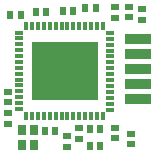
<source format=gbs>
%TF.GenerationSoftware,KiCad,Pcbnew,4.0.6+dfsg1-1*%
%TF.CreationDate,2017-09-08T03:35:07+02:00*%
%TF.ProjectId,fx2grok-tiny,66783267726F6B2D74696E792E6B6963,rev?*%
%TF.FileFunction,Soldermask,Bot*%
%FSLAX46Y46*%
G04 Gerber Fmt 4.6, Leading zero omitted, Abs format (unit mm)*
G04 Created by KiCad (PCBNEW 4.0.6+dfsg1-1) date Fri Sep  8 03:35:07 2017*
%MOMM*%
%LPD*%
G01*
G04 APERTURE LIST*
%ADD10C,0.150000*%
%ADD11R,0.701040X0.500380*%
%ADD12R,5.600700X4.902200*%
%ADD13R,0.792480X0.381000*%
%ADD14R,0.381000X0.792480*%
%ADD15R,0.500380X0.701040*%
%ADD16R,0.751840X0.850900*%
%ADD17R,2.301900X0.861060*%
G04 APERTURE END LIST*
D10*
D11*
X77343000Y-39311580D03*
X77343000Y-38412420D03*
D12*
X73101200Y-43865800D03*
D13*
X76946760Y-40612060D03*
X76946760Y-41112440D03*
X76946760Y-41612820D03*
X76946760Y-42113200D03*
X76946760Y-42611040D03*
X76946760Y-43111420D03*
X76946760Y-43611800D03*
X76946760Y-44112180D03*
X76946760Y-44612560D03*
X76946760Y-45112940D03*
X76946760Y-45613320D03*
X76946760Y-46113700D03*
X76946760Y-46611540D03*
X76946760Y-47111920D03*
D14*
X76347320Y-40012620D03*
X75846940Y-40012620D03*
X75346560Y-40012620D03*
X74846180Y-40012620D03*
X74345800Y-40012620D03*
X73845420Y-40012620D03*
X73345040Y-40012620D03*
X72847200Y-40012620D03*
X72346820Y-40012620D03*
X71846440Y-40012620D03*
X71346060Y-40012620D03*
X70845680Y-40012620D03*
X70345300Y-40012620D03*
X69847460Y-40012620D03*
D13*
X69245480Y-40612060D03*
X69245480Y-41064180D03*
X69245480Y-41562020D03*
X69245480Y-42062400D03*
X69245480Y-42562780D03*
X69245480Y-43063160D03*
X69245480Y-43563540D03*
X69245480Y-44063920D03*
X69245480Y-44564300D03*
X69245480Y-45062140D03*
X69245480Y-45562520D03*
X69245480Y-46062900D03*
X69245480Y-46563280D03*
X69245480Y-47063660D03*
D14*
X69844920Y-47663100D03*
X70345300Y-47663100D03*
X70845680Y-47663100D03*
X71346060Y-47663100D03*
X71846440Y-47663100D03*
X72346820Y-47663100D03*
X72847200Y-47663100D03*
X73345040Y-47663100D03*
X73845420Y-47663100D03*
X74345800Y-47663100D03*
X74846180Y-47663100D03*
X75346560Y-47663100D03*
X75846940Y-47663100D03*
X76347320Y-47663100D03*
D11*
X79639160Y-38615620D03*
X79639160Y-39514780D03*
D15*
X74861420Y-38481000D03*
X75760580Y-38481000D03*
X71569580Y-38862000D03*
X70670420Y-38862000D03*
D11*
X78601160Y-38399620D03*
X78601160Y-39298780D03*
D15*
X75242420Y-50165000D03*
X76141580Y-50165000D03*
X75242420Y-48768000D03*
X76141580Y-48768000D03*
D11*
X68300600Y-46499780D03*
X68300600Y-45600620D03*
X74295000Y-49598580D03*
X74295000Y-48699420D03*
X77406500Y-49535080D03*
X77406500Y-48635920D03*
D15*
X71432420Y-48895000D03*
X72331580Y-48895000D03*
D11*
X68300600Y-48300640D03*
X68300600Y-47401480D03*
D15*
X69420740Y-39065200D03*
X68521580Y-39065200D03*
D11*
X73279000Y-50233580D03*
X73279000Y-49334420D03*
X78740000Y-49143920D03*
X78740000Y-50043080D03*
D15*
X72956420Y-38735000D03*
X73855580Y-38735000D03*
D16*
X69476620Y-50129440D03*
X69476620Y-48831500D03*
X70477380Y-48831500D03*
X70477380Y-50129440D03*
D17*
X79281020Y-41127680D03*
X79281020Y-42402760D03*
X79281020Y-43677840D03*
X79281020Y-44952920D03*
X79281020Y-46228000D03*
M02*

</source>
